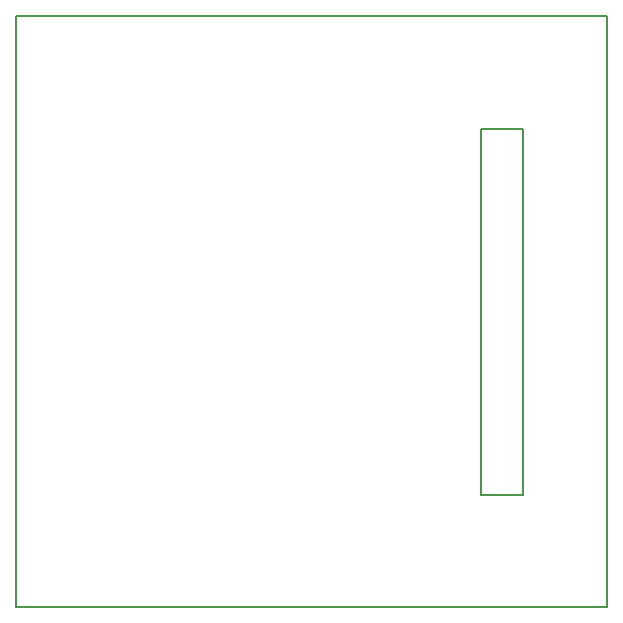
<source format=gm1>
%FSLAX23Y23*%
%MOIN*%
G70*
G01*
G75*
G04 Layer_Color=16711935*
%ADD10C,0.006*%
%ADD11C,0.060*%
%ADD12C,0.020*%
%ADD13C,0.024*%
%ADD14R,0.047X0.012*%
%ADD15C,0.039*%
%ADD16R,0.039X0.022*%
%ADD17R,0.030X0.035*%
%ADD18R,0.035X0.024*%
%ADD19R,0.035X0.031*%
%ADD20C,0.020*%
%ADD21R,0.047X0.051*%
%ADD22C,0.068*%
%ADD23R,0.055X0.020*%
%ADD24C,0.047*%
%ADD25R,0.047X0.030*%
%ADD26R,0.038X0.043*%
%ADD27R,0.043X0.032*%
%ADD28R,0.043X0.039*%
%ADD29C,0.010*%
%ADD30C,0.008*%
D30*
X1000Y1000D02*
Y2969D01*
X2969D01*
Y1000D02*
Y2969D01*
X1000Y1000D02*
X2969D01*
X2689Y1374D02*
Y2594D01*
X2551Y1374D02*
X2689D01*
X2551D02*
Y2594D01*
X2689D01*
M02*

</source>
